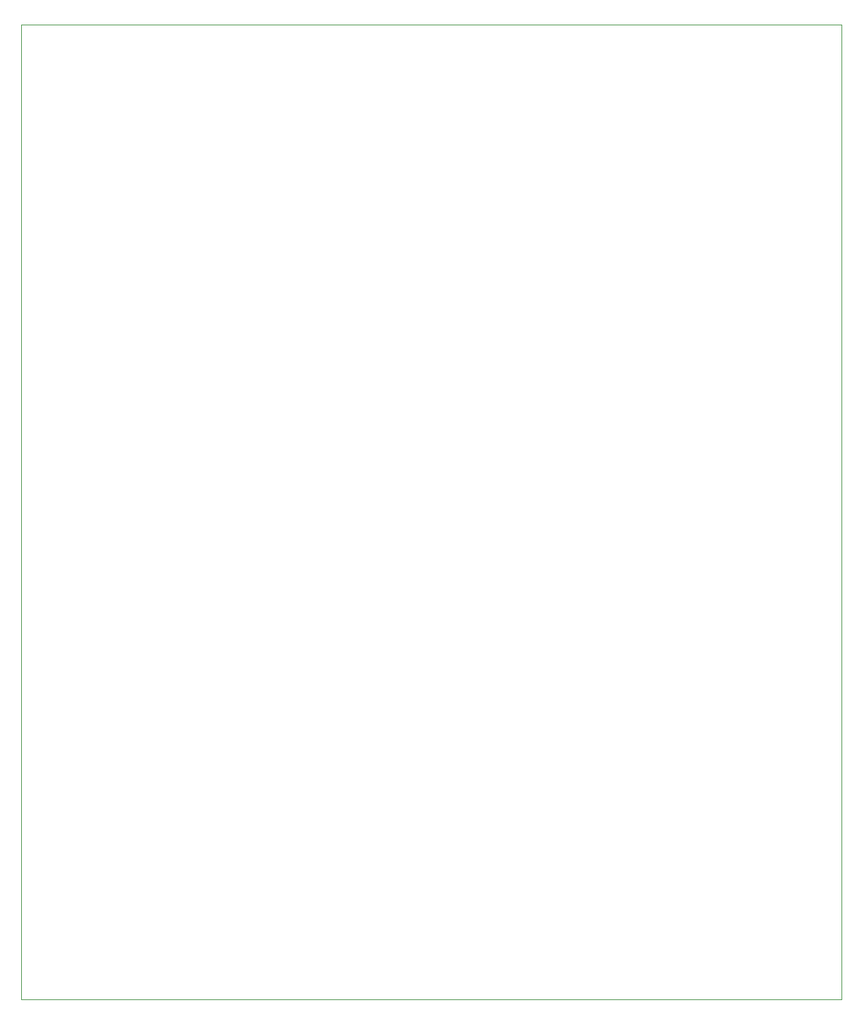
<source format=gbr>
%TF.GenerationSoftware,KiCad,Pcbnew,7.0.7*%
%TF.CreationDate,2024-03-27T23:33:24-04:00*%
%TF.ProjectId,Backplane,4261636b-706c-4616-9e65-2e6b69636164,rev?*%
%TF.SameCoordinates,Original*%
%TF.FileFunction,Profile,NP*%
%FSLAX46Y46*%
G04 Gerber Fmt 4.6, Leading zero omitted, Abs format (unit mm)*
G04 Created by KiCad (PCBNEW 7.0.7) date 2024-03-27 23:33:24*
%MOMM*%
%LPD*%
G01*
G04 APERTURE LIST*
%TA.AperFunction,Profile*%
%ADD10C,0.100000*%
%TD*%
G04 APERTURE END LIST*
D10*
X71120000Y-26670000D02*
X172720000Y-26670000D01*
X172720000Y-147320000D01*
X71120000Y-147320000D01*
X71120000Y-26670000D01*
M02*

</source>
